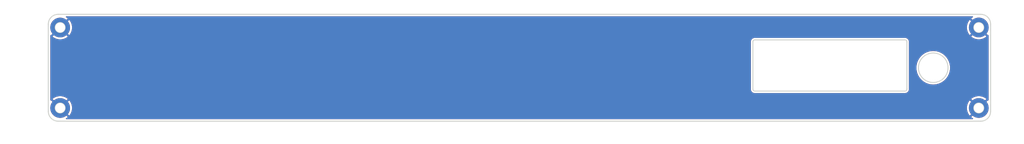
<source format=kicad_pcb>
(kicad_pcb (version 20210424) (generator pcbnew)
  (title_block (title "Static Plate") (date "2021-05-27") (rev "1.0") (company "0xCB") (comment 1 "Conor  Burns"))
  (layers (0 "F.Cu" signal) (31 "B.Cu" signal) (34 "B.Paste" user) (35 "F.Paste" user) (36 "B.SilkS" user "B.Silkscreen") (37 "F.SilkS" user "F.Silkscreen") (38 "B.Mask" user) (39 "F.Mask" user) (44 "Edge.Cuts" user))
  (net 0 "")
  (net 1 "GND")
  (footprint "MountingHole:MountingHole_2.5mm_Pad" (layer "F.Cu") (at 268.44 119.91)
    (fp_text reference "H3" hide)
    (fp_text value "MountingHole_Pad")
    (pad "1" thru_hole circle locked (at 0 0) (size 5 5) (drill 2.5) (layers *.Cu *.Mask) (net 1 "GND"))
  )
  (footprint "MountingHole:MountingHole_2.5mm_Pad" (layer "F.Cu") (at 268.44 140.37)
    (fp_text reference "H4" hide)
    (fp_text value "MountingHole_Pad")
    (pad "1" thru_hole circle locked (at 0 0) (size 5 5) (drill 2.5) (layers *.Cu *.Mask) (net 1 "GND"))
  )
  (footprint "MountingHole:MountingHole_2.5mm_Pad" (layer "F.Cu") (at 35.84 119.92)
    (fp_text reference "H1" hide)
    (fp_text value "MountingHole_Pad")
    (pad "1" thru_hole circle locked (at 0 0) (size 5 5) (drill 2.5) (layers *.Cu *.Mask) (net 1 "GND"))
  )
  (footprint "MountingHole:MountingHole_2.5mm_Pad" (layer "F.Cu") (at 35.84 140.37)
    (fp_text reference "H2" hide)
    (fp_text value "MountingHole_Pad")
    (pad "1" thru_hole circle locked (at 0 0) (size 5 5) (drill 2.5) (layers *.Cu *.Mask) (net 1 "GND"))
  )
  (gr_line (start 268.938749 116.567001) (end 35.33875 116.567001) (layer "Edge.Cuts") (width 0.25))
  (gr_line (start 249.738749 123.067001) (end 211.738749 123.067001) (layer "Edge.Cuts") (width 0.25))
  (gr_line (start 211.738749 136.067001) (end 249.738749 136.067001) (layer "Edge.Cuts") (width 0.25))
  (gr_circle (center 268.438749 119.917001) (end 269.688749 119.917001) (layer "Edge.Cuts") (width 0.25) (fill none))
  (gr_line (start 35.33875 143.717001) (end 268.938749 143.717001) (layer "Edge.Cuts") (width 0.25))
  (gr_arc (start 249.738749 135.567001) (end 249.738749 136.067001) (angle -90) (layer "Edge.Cuts") (width 0.25))
  (gr_arc (start 211.738749 123.567001) (end 211.738749 123.067001) (angle -90) (layer "Edge.Cuts") (width 0.25))
  (gr_line (start 32.83875 119.067001) (end 32.83875 141.217001) (layer "Edge.Cuts") (width 0.25))
  (gr_circle (center 268.438749 140.367001) (end 269.688749 140.367001) (layer "Edge.Cuts") (width 0.25) (fill none))
  (gr_arc (start 211.738749 135.567001) (end 211.238749 135.567001) (angle -90) (layer "Edge.Cuts") (width 0.25))
  (gr_arc (start 249.738749 123.567001) (end 250.238749 123.567001) (angle -90) (layer "Edge.Cuts") (width 0.25))
  (gr_line (start 250.238749 135.567001) (end 250.238749 123.567001) (layer "Edge.Cuts") (width 0.25))
  (gr_circle (center 256.908749 130.142001) (end 260.658749 130.142001) (layer "Edge.Cuts") (width 0.25) (fill none))
  (gr_arc (start 35.33875 119.067001) (end 35.33875 116.567001) (angle -90) (layer "Edge.Cuts") (width 0.25))
  (gr_arc (start 35.33875 141.217001) (end 32.83875 141.217001) (angle -90) (layer "Edge.Cuts") (width 0.25))
  (gr_circle (center 35.83875 119.917001) (end 37.08875 119.917001) (layer "Edge.Cuts") (width 0.25) (fill none))
  (gr_line (start 211.238749 123.567001) (end 211.238749 135.567001) (layer "Edge.Cuts") (width 0.25))
  (gr_line (start 271.438749 141.217001) (end 271.438749 119.067001) (layer "Edge.Cuts") (width 0.25))
  (gr_arc (start 268.938749 141.217001) (end 268.938749 143.717001) (angle -90) (layer "Edge.Cuts") (width 0.25))
  (gr_arc (start 268.938749 119.067001) (end 271.438749 119.067001) (angle -90) (layer "Edge.Cuts") (width 0.25))
  (gr_circle (center 35.83875 140.367001) (end 37.08875 140.367001) (layer "Edge.Cuts") (width 0.25) (fill none))
  (zone (net 1) (net_name "GND") (layer "F.Cu") (connect_pads (clearance 0.508)) (min_thickness 0.254) (fill yes (thermal_gap 0.508) (thermal_bridge_width 0.508))
    (polygon (pts (xy 275.81 147.36) (xy 26.27 147.36) (xy 26.88 113.94) (xy 275.38 114.94)))
  )
  (zone (net 1) (net_name "GND") (layer "B.Cu") (connect_pads (clearance 0.508)) (min_thickness 0.254) (fill yes (thermal_gap 0.508) (thermal_bridge_width 0.508))
    (polygon (pts (xy 279.903183 113.397115) (xy 279.462952 148.956972) (xy 20.606135 149.456972) (xy 21.023183 112.987115) (xy 21.023183 112.997115) (xy 21.033183 112.927115)))
  )
)
</source>
